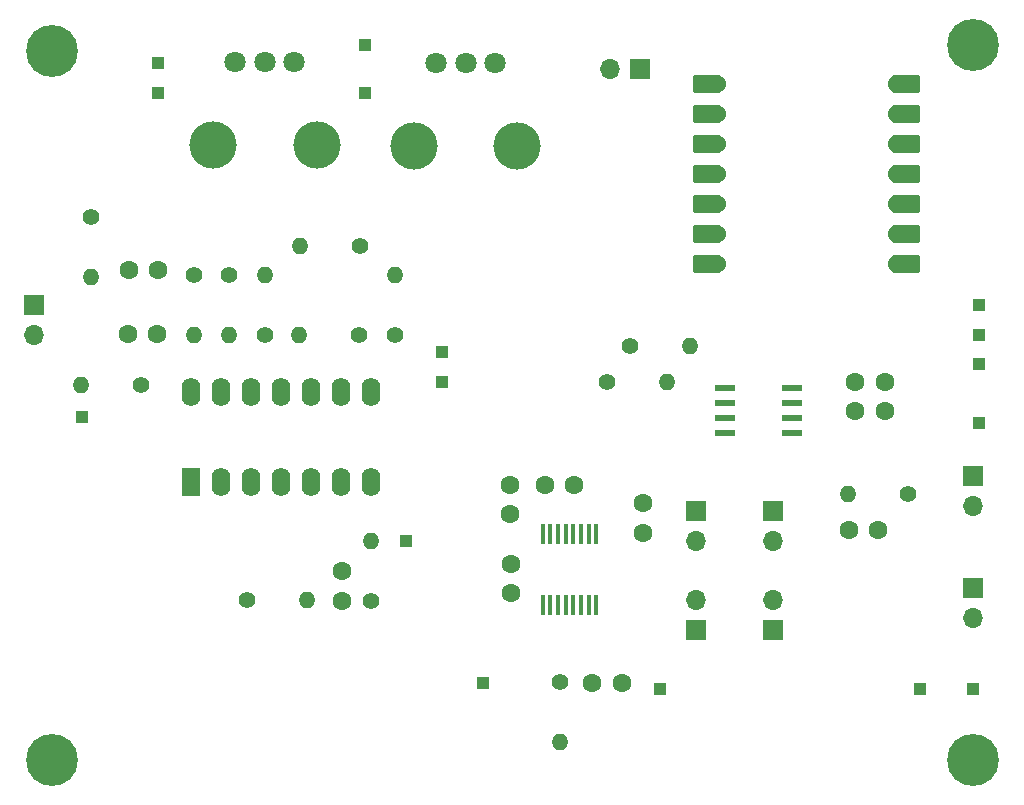
<source format=gts>
%TF.GenerationSoftware,KiCad,Pcbnew,8.0.3*%
%TF.CreationDate,2025-02-15T10:37:39+01:00*%
%TF.ProjectId,pcb_v0,7063625f-7630-42e6-9b69-6361645f7063,rev?*%
%TF.SameCoordinates,Original*%
%TF.FileFunction,Soldermask,Top*%
%TF.FilePolarity,Negative*%
%FSLAX46Y46*%
G04 Gerber Fmt 4.6, Leading zero omitted, Abs format (unit mm)*
G04 Created by KiCad (PCBNEW 8.0.3) date 2025-02-15 10:37:39*
%MOMM*%
%LPD*%
G01*
G04 APERTURE LIST*
G04 Aperture macros list*
%AMRoundRect*
0 Rectangle with rounded corners*
0 $1 Rounding radius*
0 $2 $3 $4 $5 $6 $7 $8 $9 X,Y pos of 4 corners*
0 Add a 4 corners polygon primitive as box body*
4,1,4,$2,$3,$4,$5,$6,$7,$8,$9,$2,$3,0*
0 Add four circle primitives for the rounded corners*
1,1,$1+$1,$2,$3*
1,1,$1+$1,$4,$5*
1,1,$1+$1,$6,$7*
1,1,$1+$1,$8,$9*
0 Add four rect primitives between the rounded corners*
20,1,$1+$1,$2,$3,$4,$5,0*
20,1,$1+$1,$4,$5,$6,$7,0*
20,1,$1+$1,$6,$7,$8,$9,0*
20,1,$1+$1,$8,$9,$2,$3,0*%
G04 Aperture macros list end*
%ADD10C,1.600000*%
%ADD11R,1.000000X1.000000*%
%ADD12C,1.400000*%
%ADD13O,1.400000X1.400000*%
%ADD14R,1.700000X1.700000*%
%ADD15O,1.700000X1.700000*%
%ADD16C,2.600000*%
%ADD17C,4.400000*%
%ADD18R,0.355600X1.778000*%
%ADD19R,1.663700X0.558800*%
%ADD20C,4.000000*%
%ADD21C,1.800000*%
%ADD22O,1.600000X2.400000*%
%ADD23R,1.600000X2.400000*%
%ADD24RoundRect,0.152400X1.063600X0.609600X-1.063600X0.609600X-1.063600X-0.609600X1.063600X-0.609600X0*%
%ADD25C,1.524000*%
%ADD26RoundRect,0.152400X-1.063600X-0.609600X1.063600X-0.609600X1.063600X0.609600X-1.063600X0.609600X0*%
G04 APERTURE END LIST*
D10*
%TO.C,C10*%
X190000000Y-68500000D03*
X192500000Y-68500000D03*
%TD*%
D11*
%TO.C,TP2*%
X220000000Y-103500000D03*
%TD*%
D12*
%TO.C,R5*%
X209500000Y-74000000D03*
D13*
X204420000Y-74000000D03*
%TD*%
D11*
%TO.C,TP14*%
X210000000Y-49500000D03*
%TD*%
%TO.C,TP6*%
X210000000Y-53500000D03*
%TD*%
D10*
%TO.C,C12*%
X254000000Y-78000000D03*
X251500000Y-78000000D03*
%TD*%
D12*
%TO.C,R10*%
X212500000Y-74040000D03*
D13*
X212500000Y-68960000D03*
%TD*%
D14*
%TO.C,LS2*%
X261500000Y-95460000D03*
D15*
X261500000Y-98000000D03*
%TD*%
D11*
%TO.C,TP10*%
X192500000Y-53500000D03*
%TD*%
D12*
%TO.C,R8*%
X209540000Y-66500000D03*
D13*
X204460000Y-66500000D03*
%TD*%
D10*
%TO.C,C16*%
X222310267Y-95882914D03*
X222310267Y-93382914D03*
%TD*%
%TO.C,C19*%
X222252829Y-86695366D03*
X222252829Y-89195366D03*
%TD*%
D11*
%TO.C,TP15*%
X262000000Y-71500000D03*
%TD*%
%TO.C,TP8*%
X186000000Y-81000000D03*
%TD*%
D10*
%TO.C,C3*%
X208000000Y-94040000D03*
X208000000Y-96540000D03*
%TD*%
D14*
%TO.C,LS1*%
X261500000Y-86000000D03*
D15*
X261500000Y-88540000D03*
%TD*%
D16*
%TO.C,H2*%
X261500000Y-110000000D03*
D17*
X261500000Y-110000000D03*
%TD*%
D11*
%TO.C,TP17*%
X262000000Y-76500000D03*
%TD*%
%TO.C,TP3*%
X235000000Y-104000000D03*
%TD*%
D12*
%TO.C,R3*%
X256000000Y-87500000D03*
D13*
X250920000Y-87500000D03*
%TD*%
D10*
%TO.C,C2*%
X189898300Y-73923000D03*
X192398300Y-73923000D03*
%TD*%
D14*
%TO.C,LS3*%
X233275000Y-51500000D03*
D15*
X230735000Y-51500000D03*
%TD*%
D10*
%TO.C,C18*%
X225220504Y-86763787D03*
X227720504Y-86763787D03*
%TD*%
D14*
%TO.C,LS4*%
X182000000Y-71460000D03*
D15*
X182000000Y-74000000D03*
%TD*%
D10*
%TO.C,C15*%
X233500000Y-90790000D03*
X233500000Y-88290000D03*
%TD*%
D12*
%TO.C,R12*%
X230460000Y-78000000D03*
D13*
X235540000Y-78000000D03*
%TD*%
D11*
%TO.C,TP13*%
X192500000Y-51000000D03*
%TD*%
D12*
%TO.C,R14*%
X200000000Y-96500000D03*
D13*
X205080000Y-96500000D03*
%TD*%
D14*
%TO.C,J1*%
X244500000Y-99040000D03*
D15*
X244500000Y-96500000D03*
%TD*%
D11*
%TO.C,TP4*%
X261500000Y-104000000D03*
%TD*%
%TO.C,TP7*%
X213500000Y-91500000D03*
%TD*%
D12*
%TO.C,R4*%
X198500000Y-68920000D03*
D13*
X198500000Y-74000000D03*
%TD*%
D14*
%TO.C,J4*%
X238000000Y-88960000D03*
D15*
X238000000Y-91500000D03*
%TD*%
D10*
%TO.C,C6*%
X253460000Y-90500000D03*
X250960000Y-90500000D03*
%TD*%
D18*
%TO.C,U1*%
X229577567Y-90916958D03*
X228927569Y-90916958D03*
X228277567Y-90916958D03*
X227627569Y-90916958D03*
X226977570Y-90916958D03*
X226327569Y-90916958D03*
X225677570Y-90916958D03*
X225027569Y-90916958D03*
X225027569Y-96860558D03*
X225677567Y-96860558D03*
X226327569Y-96860558D03*
X226977567Y-96860558D03*
X227627566Y-96860558D03*
X228277567Y-96860558D03*
X228927566Y-96860558D03*
X229577567Y-96860558D03*
%TD*%
D14*
%TO.C,J2*%
X244500000Y-88960000D03*
D15*
X244500000Y-91500000D03*
%TD*%
D11*
%TO.C,TP1*%
X257000000Y-104000000D03*
%TD*%
%TO.C,TP9*%
X216500000Y-78000000D03*
%TD*%
D16*
%TO.C,H3*%
X183500000Y-110000000D03*
D17*
X183500000Y-110000000D03*
%TD*%
D19*
%TO.C,C7*%
X246111500Y-82310000D03*
X246111500Y-81040000D03*
X246111500Y-79770000D03*
X246111500Y-78500000D03*
X240460000Y-78500000D03*
X240460000Y-79770000D03*
X240460000Y-81040000D03*
X240460000Y-82310000D03*
%TD*%
D12*
%TO.C,R16*%
X226481625Y-103384540D03*
D13*
X226481625Y-108464540D03*
%TD*%
D16*
%TO.C,H1*%
X261500000Y-49500000D03*
D17*
X261500000Y-49500000D03*
%TD*%
D10*
%TO.C,C1*%
X229250000Y-103500000D03*
X231750000Y-103500000D03*
%TD*%
D20*
%TO.C,RV1*%
X205900000Y-57950000D03*
X197100000Y-57950000D03*
D21*
X199000000Y-50950000D03*
X201500000Y-50950000D03*
X204000000Y-50950000D03*
%TD*%
D11*
%TO.C,TP16*%
X262000000Y-74000000D03*
%TD*%
D16*
%TO.C,H4*%
X183500000Y-50000000D03*
D17*
X183500000Y-50000000D03*
%TD*%
D12*
%TO.C,R13*%
X232460000Y-75000000D03*
D13*
X237540000Y-75000000D03*
%TD*%
D10*
%TO.C,C13*%
X251500000Y-80500000D03*
X254000000Y-80500000D03*
%TD*%
D12*
%TO.C,R7*%
X210500000Y-96580000D03*
D13*
X210500000Y-91500000D03*
%TD*%
D12*
%TO.C,R6*%
X191055052Y-78237299D03*
D13*
X185975052Y-78237299D03*
%TD*%
D12*
%TO.C,R9*%
X186820346Y-64043663D03*
D13*
X186820346Y-69123663D03*
%TD*%
D22*
%TO.C,U2*%
X195260000Y-78840000D03*
X197800000Y-78840000D03*
X200340000Y-78840000D03*
X202880000Y-78840000D03*
X205420000Y-78840000D03*
X207960000Y-78840000D03*
X210500000Y-78840000D03*
X210500000Y-86460000D03*
X207960000Y-86460000D03*
X205420000Y-86460000D03*
X202880000Y-86460000D03*
X200340000Y-86460000D03*
X197800000Y-86460000D03*
D23*
X195260000Y-86460000D03*
%TD*%
D11*
%TO.C,TP5*%
X262000000Y-81500000D03*
%TD*%
D12*
%TO.C,R2*%
X201500000Y-74000000D03*
D13*
X201500000Y-68920000D03*
%TD*%
D14*
%TO.C,J3*%
X238000000Y-99040000D03*
D15*
X238000000Y-96500000D03*
%TD*%
D11*
%TO.C,TP11*%
X216500000Y-75500000D03*
%TD*%
D12*
%TO.C,R1*%
X195500000Y-68920000D03*
D13*
X195500000Y-74000000D03*
%TD*%
D20*
%TO.C,RV2*%
X222900000Y-58000000D03*
X214100000Y-58000000D03*
D21*
X216000000Y-51000000D03*
X218500000Y-51000000D03*
X221000000Y-51000000D03*
%TD*%
D24*
%TO.C,U3*%
X238925000Y-52760000D03*
D25*
X239760000Y-52760000D03*
D24*
X238925000Y-55300000D03*
D25*
X239760000Y-55300000D03*
D24*
X238925000Y-57840000D03*
D25*
X239760000Y-57840000D03*
D24*
X238925000Y-60380000D03*
D25*
X239760000Y-60380000D03*
D24*
X238925000Y-62920000D03*
D25*
X239760000Y-62920000D03*
D24*
X238925000Y-65460000D03*
D25*
X239760000Y-65460000D03*
D24*
X238925000Y-68000000D03*
D25*
X239760000Y-68000000D03*
X255000000Y-68000000D03*
D26*
X255835000Y-68000000D03*
D25*
X255000000Y-65460000D03*
D26*
X255835000Y-65460000D03*
D25*
X255000000Y-62920000D03*
D26*
X255835000Y-62920000D03*
D25*
X255000000Y-60380000D03*
D26*
X255835000Y-60380000D03*
D25*
X255000000Y-57840000D03*
D26*
X255835000Y-57840000D03*
D25*
X255000000Y-55300000D03*
D26*
X255835000Y-55300000D03*
D25*
X255000000Y-52760000D03*
D26*
X255835000Y-52760000D03*
%TD*%
M02*

</source>
